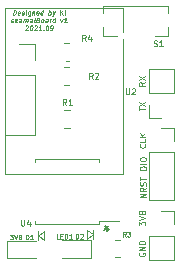
<source format=gto>
%TF.GenerationSoftware,KiCad,Pcbnew,(5.1.10-1-10_14)*%
%TF.CreationDate,2021-09-29T22:20:09+09:00*%
%TF.ProjectId,seamal,7365616d-616c-42e6-9b69-6361645f7063,rev?*%
%TF.SameCoordinates,Original*%
%TF.FileFunction,Legend,Top*%
%TF.FilePolarity,Positive*%
%FSLAX46Y46*%
G04 Gerber Fmt 4.6, Leading zero omitted, Abs format (unit mm)*
G04 Created by KiCad (PCBNEW (5.1.10-1-10_14)) date 2021-09-29 22:20:09*
%MOMM*%
%LPD*%
G01*
G04 APERTURE LIST*
%ADD10C,0.080000*%
%ADD11C,0.150000*%
%ADD12C,0.060000*%
%ADD13C,0.100000*%
%ADD14C,0.120000*%
%ADD15R,0.900000X0.700000*%
%ADD16R,0.600000X0.510000*%
%ADD17O,1.350000X1.350000*%
%ADD18R,1.350000X1.350000*%
%ADD19C,1.700000*%
%ADD20O,1.700000X1.700000*%
%ADD21R,1.700000X1.700000*%
G04 APERTURE END LIST*
D10*
X144376140Y-103332280D02*
X144833340Y-103632000D01*
X144856200Y-103644700D02*
X144376140Y-104053640D01*
X144376140Y-104053640D02*
X144376140Y-103332280D01*
X144881600Y-104061260D02*
X144881600Y-103296720D01*
X140215620Y-103428800D02*
X140215620Y-104193340D01*
X140721080Y-104157780D02*
X140263880Y-103858060D01*
X140721080Y-103436420D02*
X140721080Y-104157780D01*
X140241020Y-103845360D02*
X140721080Y-103436420D01*
X148797200Y-105282952D02*
X148773390Y-105330571D01*
X148773390Y-105402000D01*
X148797200Y-105473428D01*
X148844819Y-105521047D01*
X148892438Y-105544857D01*
X148987676Y-105568666D01*
X149059104Y-105568666D01*
X149154342Y-105544857D01*
X149201961Y-105521047D01*
X149249580Y-105473428D01*
X149273390Y-105402000D01*
X149273390Y-105354380D01*
X149249580Y-105282952D01*
X149225771Y-105259142D01*
X149059104Y-105259142D01*
X149059104Y-105354380D01*
X149273390Y-105044857D02*
X148773390Y-105044857D01*
X149273390Y-104759142D01*
X148773390Y-104759142D01*
X149273390Y-104521047D02*
X148773390Y-104521047D01*
X148773390Y-104402000D01*
X148797200Y-104330571D01*
X148844819Y-104282952D01*
X148892438Y-104259142D01*
X148987676Y-104235333D01*
X149059104Y-104235333D01*
X149154342Y-104259142D01*
X149201961Y-104282952D01*
X149249580Y-104330571D01*
X149273390Y-104402000D01*
X149273390Y-104521047D01*
X148773390Y-102930247D02*
X148773390Y-102620723D01*
X148963866Y-102787390D01*
X148963866Y-102715961D01*
X148987676Y-102668342D01*
X149011485Y-102644533D01*
X149059104Y-102620723D01*
X149178152Y-102620723D01*
X149225771Y-102644533D01*
X149249580Y-102668342D01*
X149273390Y-102715961D01*
X149273390Y-102858819D01*
X149249580Y-102906438D01*
X149225771Y-102930247D01*
X148773390Y-102477866D02*
X149273390Y-102311200D01*
X148773390Y-102144533D01*
X148987676Y-101906438D02*
X148963866Y-101954057D01*
X148940057Y-101977866D01*
X148892438Y-102001676D01*
X148868628Y-102001676D01*
X148821009Y-101977866D01*
X148797200Y-101954057D01*
X148773390Y-101906438D01*
X148773390Y-101811200D01*
X148797200Y-101763580D01*
X148821009Y-101739771D01*
X148868628Y-101715961D01*
X148892438Y-101715961D01*
X148940057Y-101739771D01*
X148963866Y-101763580D01*
X148987676Y-101811200D01*
X148987676Y-101906438D01*
X149011485Y-101954057D01*
X149035295Y-101977866D01*
X149082914Y-102001676D01*
X149178152Y-102001676D01*
X149225771Y-101977866D01*
X149249580Y-101954057D01*
X149273390Y-101906438D01*
X149273390Y-101811200D01*
X149249580Y-101763580D01*
X149225771Y-101739771D01*
X149178152Y-101715961D01*
X149082914Y-101715961D01*
X149035295Y-101739771D01*
X149011485Y-101763580D01*
X148987676Y-101811200D01*
X149349590Y-100567228D02*
X148849590Y-100567228D01*
X149349590Y-100281514D01*
X148849590Y-100281514D01*
X149349590Y-99757704D02*
X149111495Y-99924371D01*
X149349590Y-100043419D02*
X148849590Y-100043419D01*
X148849590Y-99852942D01*
X148873400Y-99805323D01*
X148897209Y-99781514D01*
X148944828Y-99757704D01*
X149016257Y-99757704D01*
X149063876Y-99781514D01*
X149087685Y-99805323D01*
X149111495Y-99852942D01*
X149111495Y-100043419D01*
X149325780Y-99567228D02*
X149349590Y-99495800D01*
X149349590Y-99376752D01*
X149325780Y-99329133D01*
X149301971Y-99305323D01*
X149254352Y-99281514D01*
X149206733Y-99281514D01*
X149159114Y-99305323D01*
X149135304Y-99329133D01*
X149111495Y-99376752D01*
X149087685Y-99471990D01*
X149063876Y-99519609D01*
X149040066Y-99543419D01*
X148992447Y-99567228D01*
X148944828Y-99567228D01*
X148897209Y-99543419D01*
X148873400Y-99519609D01*
X148849590Y-99471990D01*
X148849590Y-99352942D01*
X148873400Y-99281514D01*
X148849590Y-99138657D02*
X148849590Y-98852942D01*
X149349590Y-98995800D02*
X148849590Y-98995800D01*
X149349590Y-98225704D02*
X148849590Y-98225704D01*
X148849590Y-98106657D01*
X148873400Y-98035228D01*
X148921019Y-97987609D01*
X148968638Y-97963800D01*
X149063876Y-97939990D01*
X149135304Y-97939990D01*
X149230542Y-97963800D01*
X149278161Y-97987609D01*
X149325780Y-98035228D01*
X149349590Y-98106657D01*
X149349590Y-98225704D01*
X149349590Y-97725704D02*
X148849590Y-97725704D01*
X148849590Y-97392371D02*
X148849590Y-97297133D01*
X148873400Y-97249514D01*
X148921019Y-97201895D01*
X149016257Y-97178085D01*
X149182923Y-97178085D01*
X149278161Y-97201895D01*
X149325780Y-97249514D01*
X149349590Y-97297133D01*
X149349590Y-97392371D01*
X149325780Y-97439990D01*
X149278161Y-97487609D01*
X149182923Y-97511419D01*
X149016257Y-97511419D01*
X148921019Y-97487609D01*
X148873400Y-97439990D01*
X148849590Y-97392371D01*
X149251171Y-96055619D02*
X149274980Y-96079428D01*
X149298790Y-96150857D01*
X149298790Y-96198476D01*
X149274980Y-96269904D01*
X149227361Y-96317523D01*
X149179742Y-96341333D01*
X149084504Y-96365142D01*
X149013076Y-96365142D01*
X148917838Y-96341333D01*
X148870219Y-96317523D01*
X148822600Y-96269904D01*
X148798790Y-96198476D01*
X148798790Y-96150857D01*
X148822600Y-96079428D01*
X148846409Y-96055619D01*
X149298790Y-95603238D02*
X149298790Y-95841333D01*
X148798790Y-95841333D01*
X149298790Y-95436571D02*
X148798790Y-95436571D01*
X149298790Y-95150857D02*
X149013076Y-95365142D01*
X148798790Y-95150857D02*
X149084504Y-95436571D01*
D11*
X146011900Y-103443019D02*
X146011900Y-103204923D01*
X146249995Y-103300161D02*
X146011900Y-103204923D01*
X145773804Y-103300161D01*
X146154757Y-103014447D02*
X146011900Y-103204923D01*
X145869042Y-103014447D01*
D12*
X141970180Y-104066952D02*
X141779704Y-104066952D01*
X141779704Y-103666952D01*
X142103514Y-103857428D02*
X142236847Y-103857428D01*
X142293990Y-104066952D02*
X142103514Y-104066952D01*
X142103514Y-103666952D01*
X142293990Y-103666952D01*
X142465419Y-104066952D02*
X142465419Y-103666952D01*
X142560657Y-103666952D01*
X142617800Y-103686000D01*
X142655895Y-103724095D01*
X142674942Y-103762190D01*
X142693990Y-103838380D01*
X142693990Y-103895523D01*
X142674942Y-103971714D01*
X142655895Y-104009809D01*
X142617800Y-104047904D01*
X142560657Y-104066952D01*
X142465419Y-104066952D01*
X143074942Y-104066952D02*
X142846371Y-104066952D01*
X142960657Y-104066952D02*
X142960657Y-103666952D01*
X142922561Y-103724095D01*
X142884466Y-103762190D01*
X142846371Y-103781238D01*
X137833161Y-103717752D02*
X138080780Y-103717752D01*
X137947447Y-103870133D01*
X138004590Y-103870133D01*
X138042685Y-103889180D01*
X138061733Y-103908228D01*
X138080780Y-103946323D01*
X138080780Y-104041561D01*
X138061733Y-104079657D01*
X138042685Y-104098704D01*
X138004590Y-104117752D01*
X137890304Y-104117752D01*
X137852209Y-104098704D01*
X137833161Y-104079657D01*
X138195066Y-103717752D02*
X138328400Y-104117752D01*
X138461733Y-103717752D01*
X138652209Y-103889180D02*
X138614114Y-103870133D01*
X138595066Y-103851085D01*
X138576019Y-103812990D01*
X138576019Y-103793942D01*
X138595066Y-103755847D01*
X138614114Y-103736800D01*
X138652209Y-103717752D01*
X138728400Y-103717752D01*
X138766495Y-103736800D01*
X138785542Y-103755847D01*
X138804590Y-103793942D01*
X138804590Y-103812990D01*
X138785542Y-103851085D01*
X138766495Y-103870133D01*
X138728400Y-103889180D01*
X138652209Y-103889180D01*
X138614114Y-103908228D01*
X138595066Y-103927276D01*
X138576019Y-103965371D01*
X138576019Y-104041561D01*
X138595066Y-104079657D01*
X138614114Y-104098704D01*
X138652209Y-104117752D01*
X138728400Y-104117752D01*
X138766495Y-104098704D01*
X138785542Y-104079657D01*
X138804590Y-104041561D01*
X138804590Y-103965371D01*
X138785542Y-103927276D01*
X138766495Y-103908228D01*
X138728400Y-103889180D01*
D10*
X149235290Y-90824833D02*
X148997195Y-90991500D01*
X149235290Y-91110547D02*
X148735290Y-91110547D01*
X148735290Y-90920071D01*
X148759100Y-90872452D01*
X148782909Y-90848642D01*
X148830528Y-90824833D01*
X148901957Y-90824833D01*
X148949576Y-90848642D01*
X148973385Y-90872452D01*
X148997195Y-90920071D01*
X148997195Y-91110547D01*
X148735290Y-90658166D02*
X149235290Y-90324833D01*
X148735290Y-90324833D02*
X149235290Y-90658166D01*
X148735290Y-93205252D02*
X148735290Y-92919538D01*
X149235290Y-93062395D02*
X148735290Y-93062395D01*
X148735290Y-92800490D02*
X149235290Y-92467157D01*
X148735290Y-92467157D02*
X149235290Y-92800490D01*
D12*
X138088653Y-85093552D02*
X138138653Y-84693552D01*
X138233891Y-84693552D01*
X138288653Y-84712600D01*
X138321986Y-84750695D01*
X138336272Y-84788790D01*
X138345796Y-84864980D01*
X138338653Y-84922123D01*
X138310082Y-84998314D01*
X138286272Y-85036409D01*
X138243415Y-85074504D01*
X138183891Y-85093552D01*
X138088653Y-85093552D01*
X138643415Y-85074504D02*
X138602939Y-85093552D01*
X138526748Y-85093552D01*
X138491034Y-85074504D01*
X138476748Y-85036409D01*
X138495796Y-84884028D01*
X138519605Y-84845933D01*
X138560082Y-84826885D01*
X138636272Y-84826885D01*
X138671986Y-84845933D01*
X138686272Y-84884028D01*
X138681510Y-84922123D01*
X138486272Y-84960219D01*
X138814844Y-85074504D02*
X138850558Y-85093552D01*
X138926748Y-85093552D01*
X138967225Y-85074504D01*
X138991034Y-85036409D01*
X138993415Y-85017361D01*
X138979129Y-84979266D01*
X138943415Y-84960219D01*
X138886272Y-84960219D01*
X138850558Y-84941171D01*
X138836272Y-84903076D01*
X138838653Y-84884028D01*
X138862463Y-84845933D01*
X138902939Y-84826885D01*
X138960082Y-84826885D01*
X138995796Y-84845933D01*
X139155320Y-85093552D02*
X139188653Y-84826885D01*
X139205320Y-84693552D02*
X139183891Y-84712600D01*
X139200558Y-84731647D01*
X139221986Y-84712600D01*
X139205320Y-84693552D01*
X139200558Y-84731647D01*
X139550558Y-84826885D02*
X139510082Y-85150695D01*
X139486272Y-85188790D01*
X139464844Y-85207838D01*
X139424367Y-85226885D01*
X139367225Y-85226885D01*
X139331510Y-85207838D01*
X139519605Y-85074504D02*
X139479129Y-85093552D01*
X139402939Y-85093552D01*
X139367225Y-85074504D01*
X139350558Y-85055457D01*
X139336272Y-85017361D01*
X139350558Y-84903076D01*
X139374367Y-84864980D01*
X139395796Y-84845933D01*
X139436272Y-84826885D01*
X139512463Y-84826885D01*
X139548177Y-84845933D01*
X139741034Y-84826885D02*
X139707701Y-85093552D01*
X139736272Y-84864980D02*
X139757701Y-84845933D01*
X139798177Y-84826885D01*
X139855320Y-84826885D01*
X139891034Y-84845933D01*
X139905320Y-84884028D01*
X139879129Y-85093552D01*
X140224367Y-85074504D02*
X140183891Y-85093552D01*
X140107701Y-85093552D01*
X140071986Y-85074504D01*
X140057701Y-85036409D01*
X140076748Y-84884028D01*
X140100558Y-84845933D01*
X140141034Y-84826885D01*
X140217225Y-84826885D01*
X140252939Y-84845933D01*
X140267225Y-84884028D01*
X140262463Y-84922123D01*
X140067225Y-84960219D01*
X140583891Y-85093552D02*
X140633891Y-84693552D01*
X140586272Y-85074504D02*
X140545796Y-85093552D01*
X140469605Y-85093552D01*
X140433891Y-85074504D01*
X140417225Y-85055457D01*
X140402939Y-85017361D01*
X140417225Y-84903076D01*
X140441034Y-84864980D01*
X140462463Y-84845933D01*
X140502939Y-84826885D01*
X140579129Y-84826885D01*
X140614844Y-84845933D01*
X141079129Y-85093552D02*
X141129129Y-84693552D01*
X141110082Y-84845933D02*
X141150558Y-84826885D01*
X141226748Y-84826885D01*
X141262463Y-84845933D01*
X141279129Y-84864980D01*
X141293415Y-84903076D01*
X141279129Y-85017361D01*
X141255320Y-85055457D01*
X141233891Y-85074504D01*
X141193415Y-85093552D01*
X141117225Y-85093552D01*
X141081510Y-85074504D01*
X141436272Y-84826885D02*
X141498177Y-85093552D01*
X141626748Y-84826885D02*
X141498177Y-85093552D01*
X141448177Y-85188790D01*
X141426748Y-85207838D01*
X141386272Y-85226885D01*
X142050558Y-85093552D02*
X142100558Y-84693552D01*
X142279129Y-85093552D02*
X142136272Y-84864980D01*
X142329129Y-84693552D02*
X142071986Y-84922123D01*
X142450558Y-85093552D02*
X142500558Y-84693552D01*
X137919605Y-85734504D02*
X137955320Y-85753552D01*
X138031510Y-85753552D01*
X138071986Y-85734504D01*
X138095796Y-85696409D01*
X138098177Y-85677361D01*
X138083891Y-85639266D01*
X138048177Y-85620219D01*
X137991034Y-85620219D01*
X137955320Y-85601171D01*
X137941034Y-85563076D01*
X137943415Y-85544028D01*
X137967225Y-85505933D01*
X138007701Y-85486885D01*
X138064844Y-85486885D01*
X138100558Y-85505933D01*
X138414844Y-85734504D02*
X138374367Y-85753552D01*
X138298177Y-85753552D01*
X138262463Y-85734504D01*
X138248177Y-85696409D01*
X138267225Y-85544028D01*
X138291034Y-85505933D01*
X138331510Y-85486885D01*
X138407701Y-85486885D01*
X138443415Y-85505933D01*
X138457701Y-85544028D01*
X138452939Y-85582123D01*
X138257701Y-85620219D01*
X138774367Y-85753552D02*
X138800558Y-85544028D01*
X138786272Y-85505933D01*
X138750558Y-85486885D01*
X138674367Y-85486885D01*
X138633891Y-85505933D01*
X138776748Y-85734504D02*
X138736272Y-85753552D01*
X138641034Y-85753552D01*
X138605320Y-85734504D01*
X138591034Y-85696409D01*
X138595796Y-85658314D01*
X138619605Y-85620219D01*
X138660082Y-85601171D01*
X138755320Y-85601171D01*
X138795796Y-85582123D01*
X138964844Y-85753552D02*
X138998177Y-85486885D01*
X138993415Y-85524980D02*
X139014844Y-85505933D01*
X139055320Y-85486885D01*
X139112463Y-85486885D01*
X139148177Y-85505933D01*
X139162463Y-85544028D01*
X139136272Y-85753552D01*
X139162463Y-85544028D02*
X139186272Y-85505933D01*
X139226748Y-85486885D01*
X139283891Y-85486885D01*
X139319605Y-85505933D01*
X139333891Y-85544028D01*
X139307701Y-85753552D01*
X139669605Y-85753552D02*
X139695796Y-85544028D01*
X139681510Y-85505933D01*
X139645796Y-85486885D01*
X139569605Y-85486885D01*
X139529129Y-85505933D01*
X139671986Y-85734504D02*
X139631510Y-85753552D01*
X139536272Y-85753552D01*
X139500558Y-85734504D01*
X139486272Y-85696409D01*
X139491034Y-85658314D01*
X139514844Y-85620219D01*
X139555320Y-85601171D01*
X139650558Y-85601171D01*
X139691034Y-85582123D01*
X139917225Y-85753552D02*
X139881510Y-85734504D01*
X139867225Y-85696409D01*
X139910082Y-85353552D01*
X140229129Y-85544028D02*
X140283891Y-85563076D01*
X140300558Y-85582123D01*
X140314844Y-85620219D01*
X140307701Y-85677361D01*
X140283891Y-85715457D01*
X140262463Y-85734504D01*
X140221986Y-85753552D01*
X140069605Y-85753552D01*
X140119605Y-85353552D01*
X140252939Y-85353552D01*
X140288653Y-85372600D01*
X140305320Y-85391647D01*
X140319605Y-85429742D01*
X140314844Y-85467838D01*
X140291034Y-85505933D01*
X140269605Y-85524980D01*
X140229129Y-85544028D01*
X140095796Y-85544028D01*
X140526748Y-85753552D02*
X140491034Y-85734504D01*
X140474367Y-85715457D01*
X140460082Y-85677361D01*
X140474367Y-85563076D01*
X140498177Y-85524980D01*
X140519605Y-85505933D01*
X140560082Y-85486885D01*
X140617225Y-85486885D01*
X140652939Y-85505933D01*
X140669605Y-85524980D01*
X140683891Y-85563076D01*
X140669605Y-85677361D01*
X140645796Y-85715457D01*
X140624367Y-85734504D01*
X140583891Y-85753552D01*
X140526748Y-85753552D01*
X141002939Y-85753552D02*
X141029129Y-85544028D01*
X141014844Y-85505933D01*
X140979129Y-85486885D01*
X140902939Y-85486885D01*
X140862463Y-85505933D01*
X141005320Y-85734504D02*
X140964844Y-85753552D01*
X140869605Y-85753552D01*
X140833891Y-85734504D01*
X140819605Y-85696409D01*
X140824367Y-85658314D01*
X140848177Y-85620219D01*
X140888653Y-85601171D01*
X140983891Y-85601171D01*
X141024367Y-85582123D01*
X141193415Y-85753552D02*
X141226748Y-85486885D01*
X141217225Y-85563076D02*
X141241034Y-85524980D01*
X141262463Y-85505933D01*
X141302939Y-85486885D01*
X141341034Y-85486885D01*
X141612463Y-85753552D02*
X141662463Y-85353552D01*
X141614844Y-85734504D02*
X141574367Y-85753552D01*
X141498177Y-85753552D01*
X141462463Y-85734504D01*
X141445796Y-85715457D01*
X141431510Y-85677361D01*
X141445796Y-85563076D01*
X141469605Y-85524980D01*
X141491034Y-85505933D01*
X141531510Y-85486885D01*
X141607701Y-85486885D01*
X141643415Y-85505933D01*
X142102939Y-85486885D02*
X142164844Y-85753552D01*
X142293415Y-85486885D01*
X142621986Y-85753552D02*
X142393415Y-85753552D01*
X142507701Y-85753552D02*
X142557701Y-85353552D01*
X142512463Y-85410695D01*
X142469605Y-85448790D01*
X142429129Y-85467838D01*
X139152939Y-86051647D02*
X139174367Y-86032600D01*
X139214844Y-86013552D01*
X139310082Y-86013552D01*
X139345796Y-86032600D01*
X139362463Y-86051647D01*
X139376748Y-86089742D01*
X139371986Y-86127838D01*
X139345796Y-86184980D01*
X139088653Y-86413552D01*
X139336272Y-86413552D01*
X139633891Y-86013552D02*
X139671986Y-86013552D01*
X139707701Y-86032600D01*
X139724367Y-86051647D01*
X139738653Y-86089742D01*
X139748177Y-86165933D01*
X139736272Y-86261171D01*
X139707701Y-86337361D01*
X139683891Y-86375457D01*
X139662463Y-86394504D01*
X139621986Y-86413552D01*
X139583891Y-86413552D01*
X139548177Y-86394504D01*
X139531510Y-86375457D01*
X139517225Y-86337361D01*
X139507701Y-86261171D01*
X139519605Y-86165933D01*
X139548177Y-86089742D01*
X139571986Y-86051647D01*
X139593415Y-86032600D01*
X139633891Y-86013552D01*
X139914844Y-86051647D02*
X139936272Y-86032600D01*
X139976748Y-86013552D01*
X140071986Y-86013552D01*
X140107701Y-86032600D01*
X140124367Y-86051647D01*
X140138653Y-86089742D01*
X140133891Y-86127838D01*
X140107701Y-86184980D01*
X139850558Y-86413552D01*
X140098177Y-86413552D01*
X140479129Y-86413552D02*
X140250558Y-86413552D01*
X140364844Y-86413552D02*
X140414844Y-86013552D01*
X140369605Y-86070695D01*
X140326748Y-86108790D01*
X140286272Y-86127838D01*
X140655320Y-86375457D02*
X140671986Y-86394504D01*
X140650558Y-86413552D01*
X140633891Y-86394504D01*
X140655320Y-86375457D01*
X140650558Y-86413552D01*
X140967225Y-86013552D02*
X141005320Y-86013552D01*
X141041034Y-86032600D01*
X141057701Y-86051647D01*
X141071986Y-86089742D01*
X141081510Y-86165933D01*
X141069605Y-86261171D01*
X141041034Y-86337361D01*
X141017225Y-86375457D01*
X140995796Y-86394504D01*
X140955320Y-86413552D01*
X140917225Y-86413552D01*
X140881510Y-86394504D01*
X140864844Y-86375457D01*
X140850558Y-86337361D01*
X140841034Y-86261171D01*
X140852939Y-86165933D01*
X140881510Y-86089742D01*
X140905320Y-86051647D01*
X140926748Y-86032600D01*
X140967225Y-86013552D01*
X141241034Y-86413552D02*
X141317225Y-86413552D01*
X141357701Y-86394504D01*
X141379129Y-86375457D01*
X141424367Y-86318314D01*
X141452939Y-86242123D01*
X141471986Y-86089742D01*
X141457701Y-86051647D01*
X141441034Y-86032600D01*
X141405320Y-86013552D01*
X141329129Y-86013552D01*
X141288653Y-86032600D01*
X141267225Y-86051647D01*
X141243415Y-86089742D01*
X141231510Y-86184980D01*
X141245796Y-86223076D01*
X141262463Y-86242123D01*
X141298177Y-86261171D01*
X141374367Y-86261171D01*
X141414844Y-86242123D01*
X141436272Y-86223076D01*
X141460082Y-86184980D01*
D13*
%TO.C,S1*%
X151229000Y-86896500D02*
X151229000Y-86176500D01*
X151229000Y-84396500D02*
X151229000Y-84976500D01*
X145729000Y-84396500D02*
X151229000Y-84396500D01*
X145729000Y-84396500D02*
X145729000Y-84976500D01*
X145729000Y-86896500D02*
X145729000Y-86176500D01*
X145729000Y-86896500D02*
X146879000Y-86896500D01*
X151229000Y-86896500D02*
X150079000Y-86896500D01*
D14*
%TO.C,U4*%
X142646400Y-97351000D02*
X139921400Y-97351000D01*
X139921400Y-97351000D02*
X139921400Y-97611000D01*
X142646400Y-97351000D02*
X145371400Y-97351000D01*
X145371400Y-97351000D02*
X145371400Y-97611000D01*
X142646400Y-102801000D02*
X139921400Y-102801000D01*
X139921400Y-102801000D02*
X139921400Y-102541000D01*
X142646400Y-102801000D02*
X145371400Y-102801000D01*
X145371400Y-102801000D02*
X145371400Y-102541000D01*
X145371400Y-102541000D02*
X147046400Y-102541000D01*
%TO.C,J3*%
X150622000Y-101746500D02*
X151682000Y-101746500D01*
X151682000Y-101746500D02*
X151682000Y-102806500D01*
X151682000Y-103806500D02*
X151682000Y-105866500D01*
X149562000Y-105866500D02*
X151682000Y-105866500D01*
X149562000Y-103806500D02*
X149562000Y-105866500D01*
X149562000Y-103806500D02*
X151682000Y-103806500D01*
%TO.C,J2*%
X150622000Y-94698000D02*
X151682000Y-94698000D01*
X151682000Y-94698000D02*
X151682000Y-95758000D01*
X151682000Y-96758000D02*
X151682000Y-100818000D01*
X149562000Y-100818000D02*
X151682000Y-100818000D01*
X149562000Y-96758000D02*
X149562000Y-100818000D01*
X149562000Y-96758000D02*
X151682000Y-96758000D01*
%TO.C,J1*%
X150622000Y-93833500D02*
X149562000Y-93833500D01*
X149562000Y-93833500D02*
X149562000Y-92773500D01*
X149562000Y-91773500D02*
X149562000Y-89713500D01*
X151682000Y-89713500D02*
X149562000Y-89713500D01*
X151682000Y-91773500D02*
X151682000Y-89713500D01*
X151682000Y-91773500D02*
X149562000Y-91773500D01*
%TO.C,D2*%
X144662000Y-104217800D02*
X142202000Y-104217800D01*
X144662000Y-105687800D02*
X144662000Y-104217800D01*
X142202000Y-105687800D02*
X144662000Y-105687800D01*
%TO.C,D1*%
X137608200Y-105713200D02*
X140068200Y-105713200D01*
X137608200Y-104243200D02*
X137608200Y-105713200D01*
X140068200Y-104243200D02*
X137608200Y-104243200D01*
%TO.C,R4*%
X142393936Y-87530000D02*
X142848064Y-87530000D01*
X142393936Y-89000000D02*
X142848064Y-89000000D01*
%TO.C,U2*%
X137407800Y-90184300D02*
X139927800Y-90184300D01*
X137417800Y-90284300D02*
X137417800Y-98554300D01*
X137407800Y-95324300D02*
X139927800Y-95324300D01*
X139927800Y-90184300D02*
X139927800Y-95324300D01*
X139927800Y-87584300D02*
X139927800Y-88914300D01*
X138597800Y-87584300D02*
X139927800Y-87584300D01*
X147417800Y-96014300D02*
X147417800Y-89014300D01*
X147417800Y-98554300D02*
X142227800Y-98554300D01*
X147417800Y-96014300D02*
X147417800Y-98526600D01*
X147417800Y-84528900D02*
X137417800Y-84528900D01*
X147417800Y-89014300D02*
X147417800Y-84541600D01*
X142227800Y-98554300D02*
X137417800Y-98554300D01*
X137417800Y-90284300D02*
X137417800Y-84528900D01*
%TO.C,R3*%
X146711936Y-104167000D02*
X147166064Y-104167000D01*
X146711936Y-105637000D02*
X147166064Y-105637000D01*
%TO.C,R2*%
X142393936Y-89562000D02*
X142848064Y-89562000D01*
X142393936Y-91032000D02*
X142848064Y-91032000D01*
%TO.C,R1*%
X142419336Y-94664200D02*
X142873464Y-94664200D01*
X142419336Y-93194200D02*
X142873464Y-93194200D01*
%TO.C,S1*%
D10*
X149987047Y-87756180D02*
X150058476Y-87779990D01*
X150177523Y-87779990D01*
X150225142Y-87756180D01*
X150248952Y-87732371D01*
X150272761Y-87684752D01*
X150272761Y-87637133D01*
X150248952Y-87589514D01*
X150225142Y-87565704D01*
X150177523Y-87541895D01*
X150082285Y-87518085D01*
X150034666Y-87494276D01*
X150010857Y-87470466D01*
X149987047Y-87422847D01*
X149987047Y-87375228D01*
X150010857Y-87327609D01*
X150034666Y-87303800D01*
X150082285Y-87279990D01*
X150201333Y-87279990D01*
X150272761Y-87303800D01*
X150748952Y-87779990D02*
X150463238Y-87779990D01*
X150606095Y-87779990D02*
X150606095Y-87279990D01*
X150558476Y-87351419D01*
X150510857Y-87399038D01*
X150463238Y-87422847D01*
%TO.C,U4*%
X138760247Y-102469190D02*
X138760247Y-102873952D01*
X138784057Y-102921571D01*
X138807866Y-102945380D01*
X138855485Y-102969190D01*
X138950723Y-102969190D01*
X138998342Y-102945380D01*
X139022152Y-102921571D01*
X139045961Y-102873952D01*
X139045961Y-102469190D01*
X139498342Y-102635857D02*
X139498342Y-102969190D01*
X139379295Y-102445380D02*
X139260247Y-102802523D01*
X139569771Y-102802523D01*
%TO.C,D2*%
D12*
X143390021Y-104056792D02*
X143390021Y-103656792D01*
X143485260Y-103656792D01*
X143542402Y-103675840D01*
X143580498Y-103713935D01*
X143599545Y-103752030D01*
X143618593Y-103828220D01*
X143618593Y-103885363D01*
X143599545Y-103961554D01*
X143580498Y-103999649D01*
X143542402Y-104037744D01*
X143485260Y-104056792D01*
X143390021Y-104056792D01*
X143770974Y-103694887D02*
X143790021Y-103675840D01*
X143828117Y-103656792D01*
X143923355Y-103656792D01*
X143961450Y-103675840D01*
X143980498Y-103694887D01*
X143999545Y-103732982D01*
X143999545Y-103771078D01*
X143980498Y-103828220D01*
X143751926Y-104056792D01*
X143999545Y-104056792D01*
%TO.C,D1*%
X139186321Y-104115212D02*
X139186321Y-103715212D01*
X139281560Y-103715212D01*
X139338702Y-103734260D01*
X139376798Y-103772355D01*
X139395845Y-103810450D01*
X139414893Y-103886640D01*
X139414893Y-103943783D01*
X139395845Y-104019974D01*
X139376798Y-104058069D01*
X139338702Y-104096164D01*
X139281560Y-104115212D01*
X139186321Y-104115212D01*
X139795845Y-104115212D02*
X139567274Y-104115212D01*
X139681560Y-104115212D02*
X139681560Y-103715212D01*
X139643464Y-103772355D01*
X139605369Y-103810450D01*
X139567274Y-103829498D01*
%TO.C,R4*%
D10*
X144249626Y-87315170D02*
X144082960Y-87077075D01*
X143963912Y-87315170D02*
X143963912Y-86815170D01*
X144154388Y-86815170D01*
X144202007Y-86838980D01*
X144225817Y-86862789D01*
X144249626Y-86910408D01*
X144249626Y-86981837D01*
X144225817Y-87029456D01*
X144202007Y-87053265D01*
X144154388Y-87077075D01*
X143963912Y-87077075D01*
X144678198Y-86981837D02*
X144678198Y-87315170D01*
X144559150Y-86791360D02*
X144440102Y-87148503D01*
X144749626Y-87148503D01*
%TO.C,U2*%
X147638847Y-91343990D02*
X147638847Y-91748752D01*
X147662657Y-91796371D01*
X147686466Y-91820180D01*
X147734085Y-91843990D01*
X147829323Y-91843990D01*
X147876942Y-91820180D01*
X147900752Y-91796371D01*
X147924561Y-91748752D01*
X147924561Y-91343990D01*
X148138847Y-91391609D02*
X148162657Y-91367800D01*
X148210276Y-91343990D01*
X148329323Y-91343990D01*
X148376942Y-91367800D01*
X148400752Y-91391609D01*
X148424561Y-91439228D01*
X148424561Y-91486847D01*
X148400752Y-91558276D01*
X148115038Y-91843990D01*
X148424561Y-91843990D01*
%TO.C,R3*%
D12*
X147641953Y-103889152D02*
X147508620Y-103698676D01*
X147413381Y-103889152D02*
X147413381Y-103489152D01*
X147565762Y-103489152D01*
X147603858Y-103508200D01*
X147622905Y-103527247D01*
X147641953Y-103565342D01*
X147641953Y-103622485D01*
X147622905Y-103660580D01*
X147603858Y-103679628D01*
X147565762Y-103698676D01*
X147413381Y-103698676D01*
X147775286Y-103489152D02*
X148022905Y-103489152D01*
X147889572Y-103641533D01*
X147946715Y-103641533D01*
X147984810Y-103660580D01*
X148003858Y-103679628D01*
X148022905Y-103717723D01*
X148022905Y-103812961D01*
X148003858Y-103851057D01*
X147984810Y-103870104D01*
X147946715Y-103889152D01*
X147832429Y-103889152D01*
X147794334Y-103870104D01*
X147775286Y-103851057D01*
%TO.C,R2*%
D10*
X144823666Y-90523190D02*
X144657000Y-90285095D01*
X144537952Y-90523190D02*
X144537952Y-90023190D01*
X144728428Y-90023190D01*
X144776047Y-90047000D01*
X144799857Y-90070809D01*
X144823666Y-90118428D01*
X144823666Y-90189857D01*
X144799857Y-90237476D01*
X144776047Y-90261285D01*
X144728428Y-90285095D01*
X144537952Y-90285095D01*
X145014142Y-90070809D02*
X145037952Y-90047000D01*
X145085571Y-90023190D01*
X145204619Y-90023190D01*
X145252238Y-90047000D01*
X145276047Y-90070809D01*
X145299857Y-90118428D01*
X145299857Y-90166047D01*
X145276047Y-90237476D01*
X144990333Y-90523190D01*
X145299857Y-90523190D01*
%TO.C,R1*%
X142613866Y-92732990D02*
X142447200Y-92494895D01*
X142328152Y-92732990D02*
X142328152Y-92232990D01*
X142518628Y-92232990D01*
X142566247Y-92256800D01*
X142590057Y-92280609D01*
X142613866Y-92328228D01*
X142613866Y-92399657D01*
X142590057Y-92447276D01*
X142566247Y-92471085D01*
X142518628Y-92494895D01*
X142328152Y-92494895D01*
X143090057Y-92732990D02*
X142804342Y-92732990D01*
X142947200Y-92732990D02*
X142947200Y-92232990D01*
X142899580Y-92304419D01*
X142851961Y-92352038D01*
X142804342Y-92375847D01*
%TD*%
%LPC*%
%TO.C,U1*%
D11*
X143128904Y-99782380D02*
X143128904Y-100591904D01*
X143081285Y-100687142D01*
X143033666Y-100734761D01*
X142938428Y-100782380D01*
X142747952Y-100782380D01*
X142652714Y-100734761D01*
X142605095Y-100687142D01*
X142557476Y-100591904D01*
X142557476Y-99782380D01*
X141557476Y-100782380D02*
X142128904Y-100782380D01*
X141843190Y-100782380D02*
X141843190Y-99782380D01*
X141938428Y-99925238D01*
X142033666Y-100020476D01*
X142128904Y-100068095D01*
%TO.C,J2*%
X152828666Y-96035880D02*
X152828666Y-96750166D01*
X152781047Y-96893023D01*
X152685809Y-96988261D01*
X152542952Y-97035880D01*
X152447714Y-97035880D01*
X153257238Y-96131119D02*
X153304857Y-96083500D01*
X153400095Y-96035880D01*
X153638190Y-96035880D01*
X153733428Y-96083500D01*
X153781047Y-96131119D01*
X153828666Y-96226357D01*
X153828666Y-96321595D01*
X153781047Y-96464452D01*
X153209619Y-97035880D01*
X153828666Y-97035880D01*
X152677880Y-98631333D02*
X153392166Y-98631333D01*
X153535023Y-98678952D01*
X153630261Y-98774190D01*
X153677880Y-98917047D01*
X153677880Y-99012285D01*
X152773119Y-98202761D02*
X152725500Y-98155142D01*
X152677880Y-98059904D01*
X152677880Y-97821809D01*
X152725500Y-97726571D01*
X152773119Y-97678952D01*
X152868357Y-97631333D01*
X152963595Y-97631333D01*
X153106452Y-97678952D01*
X153677880Y-98250380D01*
X153677880Y-97631333D01*
%TO.C,J1*%
X152892166Y-92987880D02*
X152892166Y-93702166D01*
X152844547Y-93845023D01*
X152749309Y-93940261D01*
X152606452Y-93987880D01*
X152511214Y-93987880D01*
X153892166Y-93987880D02*
X153320738Y-93987880D01*
X153606452Y-93987880D02*
X153606452Y-92987880D01*
X153511214Y-93130738D01*
X153415976Y-93225976D01*
X153320738Y-93273595D01*
X152360380Y-92090833D02*
X153074666Y-92090833D01*
X153217523Y-92138452D01*
X153312761Y-92233690D01*
X153360380Y-92376547D01*
X153360380Y-92471785D01*
X153360380Y-91090833D02*
X153360380Y-91662261D01*
X153360380Y-91376547D02*
X152360380Y-91376547D01*
X152503238Y-91471785D01*
X152598476Y-91567023D01*
X152646095Y-91662261D01*
%TO.C,R4*%
D10*
X142537666Y-88491190D02*
X142371000Y-88253095D01*
X142251952Y-88491190D02*
X142251952Y-87991190D01*
X142442428Y-87991190D01*
X142490047Y-88015000D01*
X142513857Y-88038809D01*
X142537666Y-88086428D01*
X142537666Y-88157857D01*
X142513857Y-88205476D01*
X142490047Y-88229285D01*
X142442428Y-88253095D01*
X142251952Y-88253095D01*
X142966238Y-88157857D02*
X142966238Y-88491190D01*
X142847190Y-87967380D02*
X142728142Y-88324523D01*
X143037666Y-88324523D01*
%TO.C,R3*%
X146855666Y-105128190D02*
X146689000Y-104890095D01*
X146569952Y-105128190D02*
X146569952Y-104628190D01*
X146760428Y-104628190D01*
X146808047Y-104652000D01*
X146831857Y-104675809D01*
X146855666Y-104723428D01*
X146855666Y-104794857D01*
X146831857Y-104842476D01*
X146808047Y-104866285D01*
X146760428Y-104890095D01*
X146569952Y-104890095D01*
X147022333Y-104628190D02*
X147331857Y-104628190D01*
X147165190Y-104818666D01*
X147236619Y-104818666D01*
X147284238Y-104842476D01*
X147308047Y-104866285D01*
X147331857Y-104913904D01*
X147331857Y-105032952D01*
X147308047Y-105080571D01*
X147284238Y-105104380D01*
X147236619Y-105128190D01*
X147093761Y-105128190D01*
X147046142Y-105104380D01*
X147022333Y-105080571D01*
%TO.C,R2*%
X142537666Y-89253190D02*
X142371000Y-89015095D01*
X142251952Y-89253190D02*
X142251952Y-88753190D01*
X142442428Y-88753190D01*
X142490047Y-88777000D01*
X142513857Y-88800809D01*
X142537666Y-88848428D01*
X142537666Y-88919857D01*
X142513857Y-88967476D01*
X142490047Y-88991285D01*
X142442428Y-89015095D01*
X142251952Y-89015095D01*
X142728142Y-88800809D02*
X142751952Y-88777000D01*
X142799571Y-88753190D01*
X142918619Y-88753190D01*
X142966238Y-88777000D01*
X142990047Y-88800809D01*
X143013857Y-88848428D01*
X143013857Y-88896047D01*
X142990047Y-88967476D01*
X142704333Y-89253190D01*
X143013857Y-89253190D01*
%TO.C,R1*%
X142563066Y-94155390D02*
X142396400Y-93917295D01*
X142277352Y-94155390D02*
X142277352Y-93655390D01*
X142467828Y-93655390D01*
X142515447Y-93679200D01*
X142539257Y-93703009D01*
X142563066Y-93750628D01*
X142563066Y-93822057D01*
X142539257Y-93869676D01*
X142515447Y-93893485D01*
X142467828Y-93917295D01*
X142277352Y-93917295D01*
X143039257Y-94155390D02*
X142753542Y-94155390D01*
X142896400Y-94155390D02*
X142896400Y-93655390D01*
X142848780Y-93726819D01*
X142801161Y-93774438D01*
X142753542Y-93798247D01*
%TD*%
D15*
%TO.C,S1*%
X145479000Y-85576500D03*
X151479000Y-85576500D03*
D16*
X149479000Y-86931500D03*
X147479000Y-86931500D03*
X148479000Y-86931500D03*
%TD*%
%TO.C,U4*%
G36*
G01*
X139846400Y-101831000D02*
X139846400Y-102131000D01*
G75*
G02*
X139696400Y-102281000I-150000J0D01*
G01*
X138396400Y-102281000D01*
G75*
G02*
X138246400Y-102131000I0J150000D01*
G01*
X138246400Y-101831000D01*
G75*
G02*
X138396400Y-101681000I150000J0D01*
G01*
X139696400Y-101681000D01*
G75*
G02*
X139846400Y-101831000I0J-150000D01*
G01*
G37*
G36*
G01*
X139846400Y-100561000D02*
X139846400Y-100861000D01*
G75*
G02*
X139696400Y-101011000I-150000J0D01*
G01*
X138396400Y-101011000D01*
G75*
G02*
X138246400Y-100861000I0J150000D01*
G01*
X138246400Y-100561000D01*
G75*
G02*
X138396400Y-100411000I150000J0D01*
G01*
X139696400Y-100411000D01*
G75*
G02*
X139846400Y-100561000I0J-150000D01*
G01*
G37*
G36*
G01*
X139846400Y-99291000D02*
X139846400Y-99591000D01*
G75*
G02*
X139696400Y-99741000I-150000J0D01*
G01*
X138396400Y-99741000D01*
G75*
G02*
X138246400Y-99591000I0J150000D01*
G01*
X138246400Y-99291000D01*
G75*
G02*
X138396400Y-99141000I150000J0D01*
G01*
X139696400Y-99141000D01*
G75*
G02*
X139846400Y-99291000I0J-150000D01*
G01*
G37*
G36*
G01*
X139846400Y-98021000D02*
X139846400Y-98321000D01*
G75*
G02*
X139696400Y-98471000I-150000J0D01*
G01*
X138396400Y-98471000D01*
G75*
G02*
X138246400Y-98321000I0J150000D01*
G01*
X138246400Y-98021000D01*
G75*
G02*
X138396400Y-97871000I150000J0D01*
G01*
X139696400Y-97871000D01*
G75*
G02*
X139846400Y-98021000I0J-150000D01*
G01*
G37*
G36*
G01*
X147046400Y-98021000D02*
X147046400Y-98321000D01*
G75*
G02*
X146896400Y-98471000I-150000J0D01*
G01*
X145596400Y-98471000D01*
G75*
G02*
X145446400Y-98321000I0J150000D01*
G01*
X145446400Y-98021000D01*
G75*
G02*
X145596400Y-97871000I150000J0D01*
G01*
X146896400Y-97871000D01*
G75*
G02*
X147046400Y-98021000I0J-150000D01*
G01*
G37*
G36*
G01*
X147046400Y-99291000D02*
X147046400Y-99591000D01*
G75*
G02*
X146896400Y-99741000I-150000J0D01*
G01*
X145596400Y-99741000D01*
G75*
G02*
X145446400Y-99591000I0J150000D01*
G01*
X145446400Y-99291000D01*
G75*
G02*
X145596400Y-99141000I150000J0D01*
G01*
X146896400Y-99141000D01*
G75*
G02*
X147046400Y-99291000I0J-150000D01*
G01*
G37*
G36*
G01*
X147046400Y-100561000D02*
X147046400Y-100861000D01*
G75*
G02*
X146896400Y-101011000I-150000J0D01*
G01*
X145596400Y-101011000D01*
G75*
G02*
X145446400Y-100861000I0J150000D01*
G01*
X145446400Y-100561000D01*
G75*
G02*
X145596400Y-100411000I150000J0D01*
G01*
X146896400Y-100411000D01*
G75*
G02*
X147046400Y-100561000I0J-150000D01*
G01*
G37*
G36*
G01*
X147046400Y-101831000D02*
X147046400Y-102131000D01*
G75*
G02*
X146896400Y-102281000I-150000J0D01*
G01*
X145596400Y-102281000D01*
G75*
G02*
X145446400Y-102131000I0J150000D01*
G01*
X145446400Y-101831000D01*
G75*
G02*
X145596400Y-101681000I150000J0D01*
G01*
X146896400Y-101681000D01*
G75*
G02*
X147046400Y-101831000I0J-150000D01*
G01*
G37*
%TD*%
D17*
%TO.C,J3*%
X150622000Y-104806500D03*
D18*
X150622000Y-102806500D03*
%TD*%
D17*
%TO.C,J2*%
X150622000Y-99758000D03*
X150622000Y-97758000D03*
D18*
X150622000Y-95758000D03*
%TD*%
D17*
%TO.C,J1*%
X150622000Y-90773500D03*
D18*
X150622000Y-92773500D03*
%TD*%
%TO.C,D2*%
G36*
G01*
X144402000Y-104715300D02*
X144402000Y-105190300D01*
G75*
G02*
X144164500Y-105427800I-237500J0D01*
G01*
X143589500Y-105427800D01*
G75*
G02*
X143352000Y-105190300I0J237500D01*
G01*
X143352000Y-104715300D01*
G75*
G02*
X143589500Y-104477800I237500J0D01*
G01*
X144164500Y-104477800D01*
G75*
G02*
X144402000Y-104715300I0J-237500D01*
G01*
G37*
G36*
G01*
X142652000Y-104715300D02*
X142652000Y-105190300D01*
G75*
G02*
X142414500Y-105427800I-237500J0D01*
G01*
X141839500Y-105427800D01*
G75*
G02*
X141602000Y-105190300I0J237500D01*
G01*
X141602000Y-104715300D01*
G75*
G02*
X141839500Y-104477800I237500J0D01*
G01*
X142414500Y-104477800D01*
G75*
G02*
X142652000Y-104715300I0J-237500D01*
G01*
G37*
%TD*%
%TO.C,D1*%
G36*
G01*
X137868200Y-105215700D02*
X137868200Y-104740700D01*
G75*
G02*
X138105700Y-104503200I237500J0D01*
G01*
X138680700Y-104503200D01*
G75*
G02*
X138918200Y-104740700I0J-237500D01*
G01*
X138918200Y-105215700D01*
G75*
G02*
X138680700Y-105453200I-237500J0D01*
G01*
X138105700Y-105453200D01*
G75*
G02*
X137868200Y-105215700I0J237500D01*
G01*
G37*
G36*
G01*
X139618200Y-105215700D02*
X139618200Y-104740700D01*
G75*
G02*
X139855700Y-104503200I237500J0D01*
G01*
X140430700Y-104503200D01*
G75*
G02*
X140668200Y-104740700I0J-237500D01*
G01*
X140668200Y-105215700D01*
G75*
G02*
X140430700Y-105453200I-237500J0D01*
G01*
X139855700Y-105453200D01*
G75*
G02*
X139618200Y-105215700I0J237500D01*
G01*
G37*
%TD*%
%TO.C,R4*%
G36*
G01*
X143021000Y-88715001D02*
X143021000Y-87814999D01*
G75*
G02*
X143270999Y-87565000I249999J0D01*
G01*
X143971001Y-87565000D01*
G75*
G02*
X144221000Y-87814999I0J-249999D01*
G01*
X144221000Y-88715001D01*
G75*
G02*
X143971001Y-88965000I-249999J0D01*
G01*
X143270999Y-88965000D01*
G75*
G02*
X143021000Y-88715001I0J249999D01*
G01*
G37*
G36*
G01*
X141021000Y-88715001D02*
X141021000Y-87814999D01*
G75*
G02*
X141270999Y-87565000I249999J0D01*
G01*
X141971001Y-87565000D01*
G75*
G02*
X142221000Y-87814999I0J-249999D01*
G01*
X142221000Y-88715001D01*
G75*
G02*
X141971001Y-88965000I-249999J0D01*
G01*
X141270999Y-88965000D01*
G75*
G02*
X141021000Y-88715001I0J249999D01*
G01*
G37*
%TD*%
D19*
%TO.C,U2*%
X146227800Y-89014300D03*
X146227800Y-91554300D03*
X146227800Y-94094300D03*
D20*
X138597800Y-93994300D03*
X138597800Y-91454300D03*
D21*
X138597800Y-88914300D03*
%TD*%
%TO.C,R3*%
G36*
G01*
X147339000Y-105352001D02*
X147339000Y-104451999D01*
G75*
G02*
X147588999Y-104202000I249999J0D01*
G01*
X148289001Y-104202000D01*
G75*
G02*
X148539000Y-104451999I0J-249999D01*
G01*
X148539000Y-105352001D01*
G75*
G02*
X148289001Y-105602000I-249999J0D01*
G01*
X147588999Y-105602000D01*
G75*
G02*
X147339000Y-105352001I0J249999D01*
G01*
G37*
G36*
G01*
X145339000Y-105352001D02*
X145339000Y-104451999D01*
G75*
G02*
X145588999Y-104202000I249999J0D01*
G01*
X146289001Y-104202000D01*
G75*
G02*
X146539000Y-104451999I0J-249999D01*
G01*
X146539000Y-105352001D01*
G75*
G02*
X146289001Y-105602000I-249999J0D01*
G01*
X145588999Y-105602000D01*
G75*
G02*
X145339000Y-105352001I0J249999D01*
G01*
G37*
%TD*%
%TO.C,R2*%
G36*
G01*
X143021000Y-90747001D02*
X143021000Y-89846999D01*
G75*
G02*
X143270999Y-89597000I249999J0D01*
G01*
X143971001Y-89597000D01*
G75*
G02*
X144221000Y-89846999I0J-249999D01*
G01*
X144221000Y-90747001D01*
G75*
G02*
X143971001Y-90997000I-249999J0D01*
G01*
X143270999Y-90997000D01*
G75*
G02*
X143021000Y-90747001I0J249999D01*
G01*
G37*
G36*
G01*
X141021000Y-90747001D02*
X141021000Y-89846999D01*
G75*
G02*
X141270999Y-89597000I249999J0D01*
G01*
X141971001Y-89597000D01*
G75*
G02*
X142221000Y-89846999I0J-249999D01*
G01*
X142221000Y-90747001D01*
G75*
G02*
X141971001Y-90997000I-249999J0D01*
G01*
X141270999Y-90997000D01*
G75*
G02*
X141021000Y-90747001I0J249999D01*
G01*
G37*
%TD*%
%TO.C,R1*%
G36*
G01*
X141046400Y-94379201D02*
X141046400Y-93479199D01*
G75*
G02*
X141296399Y-93229200I249999J0D01*
G01*
X141996401Y-93229200D01*
G75*
G02*
X142246400Y-93479199I0J-249999D01*
G01*
X142246400Y-94379201D01*
G75*
G02*
X141996401Y-94629200I-249999J0D01*
G01*
X141296399Y-94629200D01*
G75*
G02*
X141046400Y-94379201I0J249999D01*
G01*
G37*
G36*
G01*
X143046400Y-94379201D02*
X143046400Y-93479199D01*
G75*
G02*
X143296399Y-93229200I249999J0D01*
G01*
X143996401Y-93229200D01*
G75*
G02*
X144246400Y-93479199I0J-249999D01*
G01*
X144246400Y-94379201D01*
G75*
G02*
X143996401Y-94629200I-249999J0D01*
G01*
X143296399Y-94629200D01*
G75*
G02*
X143046400Y-94379201I0J249999D01*
G01*
G37*
%TD*%
M02*

</source>
